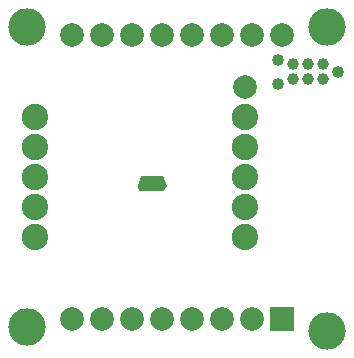
<source format=gts>
G04 DipTrace 2.4.0.1*
%INminishift.frontmask.gts*%
%MOIN*%
%ADD30C,0.125*%
%ADD31C,0.04*%
%ADD35C,0.0389*%
%ADD39C,0.0787*%
%ADD41R,0.0787X0.0787*%
%ADD47C,0.0879*%
%FSLAX44Y44*%
G04*
G70*
G90*
G75*
G01*
%LNTopMask*%
%LPD*%
D47*
X5500Y8250D3*
Y9250D3*
Y10250D3*
Y11250D3*
Y12250D3*
X12500D3*
Y11250D3*
Y10250D3*
Y9250D3*
Y8250D3*
D30*
X15250Y15250D3*
X15251Y5125D3*
X5250Y5250D3*
Y15250D3*
D41*
X13750Y5526D3*
D39*
X12750D3*
X11750D3*
X10750D3*
X9750D3*
X8750D3*
X7750D3*
X6750D3*
Y14975D3*
X7750D3*
X8750D3*
X9750D3*
X10750D3*
X11750D3*
X12750D3*
X13750D3*
X12500Y13250D3*
D35*
X15125Y13500D3*
X14625D3*
X14125D3*
Y14000D3*
X14625D3*
X15125D3*
D31*
X15625Y13750D3*
X13625Y13350D3*
Y14150D3*
G36*
X8935Y9945D2*
X9055Y10266D1*
X9775D1*
X9895Y9945D1*
X9815Y9785D1*
X8975D1*
D1*
X8935Y9945D1*
G37*
M02*

</source>
